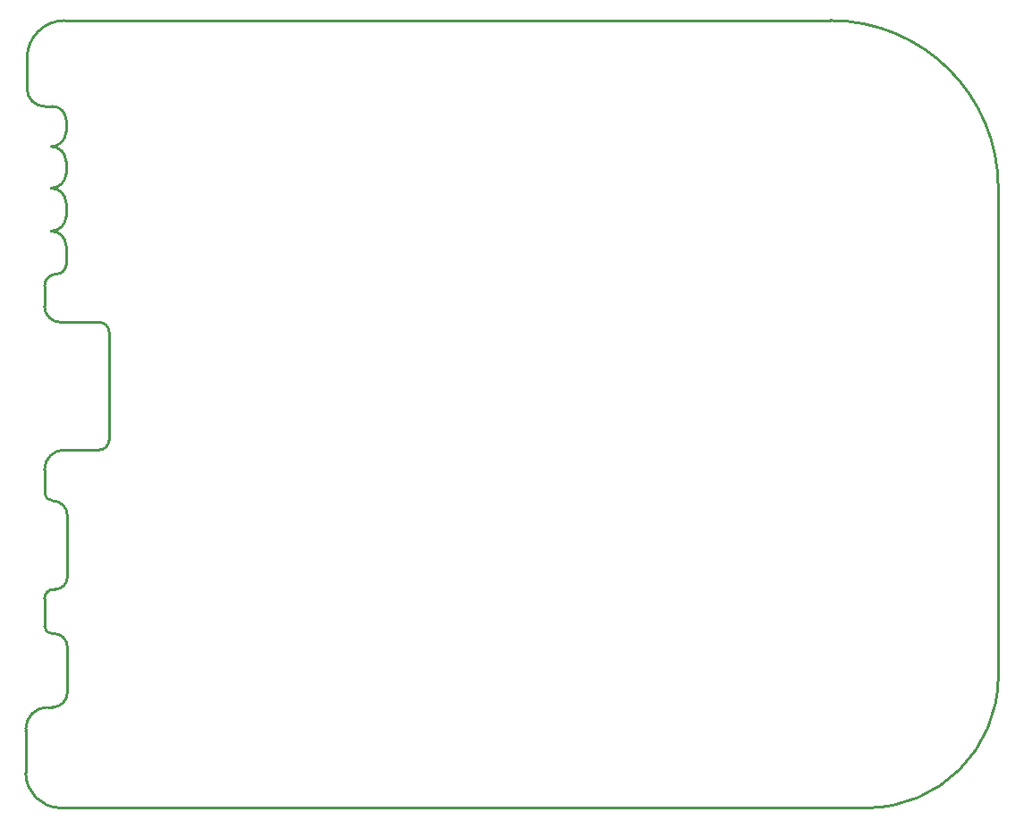
<source format=gko>
G04 Layer: BoardOutline*
G04 EasyEDA v6.4.19.4, 2021-09-18T03:44:13+08:00*
G04 1fc8be4444e141828a02f3c2f3ba565e,119f753a6ce64b8d841f2ad33262ab0c,10*
G04 Gerber Generator version 0.2*
G04 Scale: 100 percent, Rotated: No, Reflected: No *
G04 Dimensions in millimeters *
G04 leading zeros omitted , absolute positions ,4 integer and 5 decimal *
%FSLAX45Y45*%
%MOMM*%

%ADD10C,0.2540*%
D10*
X8089900Y114300D02*
G01*
X457200Y114300D01*
X495300Y7569200D02*
G01*
X7747000Y7569200D01*
X444723Y4712210D02*
G01*
X786889Y4712210D01*
X914400Y4622800D02*
G01*
X914400Y4584700D01*
X825500Y4711700D02*
G01*
X787400Y4711700D01*
X914400Y4584700D02*
G01*
X914400Y3594100D01*
X825500Y3505200D02*
G01*
X494304Y3505200D01*
X373555Y1765300D02*
G01*
X393700Y1765300D01*
X304800Y3315695D02*
G01*
X304800Y3136900D01*
X304800Y3136900D02*
G01*
X304800Y3098800D01*
X520700Y2882900D02*
G01*
X520700Y2298700D01*
X406400Y2184400D02*
G01*
X393700Y2184400D01*
X304800Y2095500D02*
G01*
X304800Y1834055D01*
X508000Y5396504D02*
G01*
X508000Y5257800D01*
X508000Y5842000D02*
G01*
X508000Y5715000D01*
X508000Y6235700D02*
G01*
X508000Y6121400D01*
X508000Y6629400D02*
G01*
X508000Y6515100D01*
X508000Y5396504D02*
G01*
X508000Y5435600D01*
X139700Y7112000D02*
G01*
X139700Y6997895D01*
X127000Y444500D02*
G01*
X127000Y841321D01*
X127756Y842078D02*
G01*
X127756Y864356D01*
X330200Y1066800D02*
G01*
X381000Y1066800D01*
X520700Y1206500D02*
G01*
X520700Y1638300D01*
X139481Y6997677D02*
G01*
X139481Y6921718D01*
X304800Y6756400D02*
G01*
X381000Y6756400D01*
X304800Y5054600D02*
G01*
X304800Y4965700D01*
X304800Y4965700D02*
G01*
X304800Y4864100D01*
X139700Y7112000D02*
G01*
X139700Y7213600D01*
X9334500Y5981700D02*
G01*
X9334500Y1663700D01*
X9334500Y1663700D02*
G01*
X9334500Y1358900D01*
G75*
G01*
X139700Y7213600D02*
G02*
X495300Y7569200I355600J0D01*
G75*
G01*
X7747000Y7569200D02*
G02*
X9334500Y5981700I0J-1587500D01*
G75*
G01*
X9334500Y1358900D02*
G02*
X8089900Y114300I-1244600J0D01*
G75*
G01*
X457200Y114300D02*
G02*
X127000Y444500I0J330200D01*
G75*
G01*
X139482Y6921718D02*
G03*
X304800Y6756400I165318J0D01*
G75*
G01*
X381000Y6756400D02*
G02*
X508000Y6629400I0J-127000D01*
G75*
G01*
X508000Y5257800D02*
G02*
X419100Y5168900I-88900J0D01*
G75*
G01*
X419100Y5168900D02*
G03*
X304800Y5054600I0J-114300D01*
G75*
G01*
X304800Y4864100D02*
G03*
X457200Y4711700I152400J0D01*
G75*
G01*
X127757Y864357D02*
G02*
X330200Y1066800I202443J0D01*
G75*
G01*
X381000Y1066800D02*
G03*
X520700Y1206500I0J139700D01*
G75*
G01*
X520700Y1638300D02*
G03*
X393700Y1765300I-127000J0D01*
G75*
G01*
X127000Y841322D02*
G02*
X127757Y842079I757J0D01*
G75*
G01*
X139700Y6997896D02*
G02*
X139482Y6997677I-218J0D01*
G75*
G01*
X508000Y5435600D02*
G03*
X368300Y5575300I-139700J0D01*
G75*
G01*
X508000Y5715000D02*
G02*
X368300Y5575300I-139700J0D01*
G75*
G01*
X508000Y6121400D02*
G02*
X368300Y5981700I-139700J0D01*
G75*
G01*
X508000Y6515100D02*
G02*
X368300Y6375400I-139700J0D01*
G75*
G01*
X508000Y5842000D02*
G03*
X368300Y5981700I-139700J0D01*
G75*
G01*
X508000Y6235700D02*
G03*
X368300Y6375400I-139700J0D01*
G75*
G01*
X494304Y3505200D02*
G03*
X304800Y3315696I0J-189504D01*
G75*
G01*
X304800Y3098800D02*
G03*
X381000Y3022600I76200J0D01*
G75*
G01*
X381000Y3022600D02*
G02*
X520700Y2882900I0J-139700D01*
G75*
G01*
X520700Y2298700D02*
G02*
X406400Y2184400I-114300J0D01*
G75*
G01*
X393700Y2184400D02*
G03*
X304800Y2095500I0J-88900D01*
G75*
G01*
X304800Y1834055D02*
G03*
X373555Y1765300I68755J0D01*
G75*
G01*
X914400Y3594100D02*
G02*
X825500Y3505200I-88900J0D01*
G75*
G01*
X914400Y4622800D02*
G03*
X825500Y4711700I-88900J0D01*
G75*
G01*
X787400Y4711700D02*
G02*
X786889Y4712211I0J511D01*

%LPD*%
M02*

</source>
